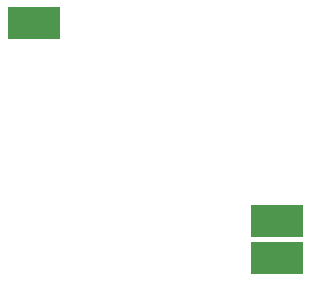
<source format=gtp>
%TF.GenerationSoftware,KiCad,Pcbnew,9.0.6*%
%TF.CreationDate,2025-11-24T17:12:20+00:00*%
%TF.ProjectId,power-pcb,706f7765-722d-4706-9362-2e6b69636164,rev?*%
%TF.SameCoordinates,Original*%
%TF.FileFunction,Paste,Top*%
%TF.FilePolarity,Positive*%
%FSLAX46Y46*%
G04 Gerber Fmt 4.6, Leading zero omitted, Abs format (unit mm)*
G04 Created by KiCad (PCBNEW 9.0.6) date 2025-11-24 17:12:20*
%MOMM*%
%LPD*%
G01*
G04 APERTURE LIST*
%ADD10R,4.500000X2.750000*%
G04 APERTURE END LIST*
D10*
%TO.C,GND*%
X128254000Y-91550000D03*
%TD*%
%TO.C,VBUS*%
X128254000Y-88375000D03*
%TD*%
%TO.C,NTC*%
X107680000Y-71659000D03*
%TD*%
M02*

</source>
